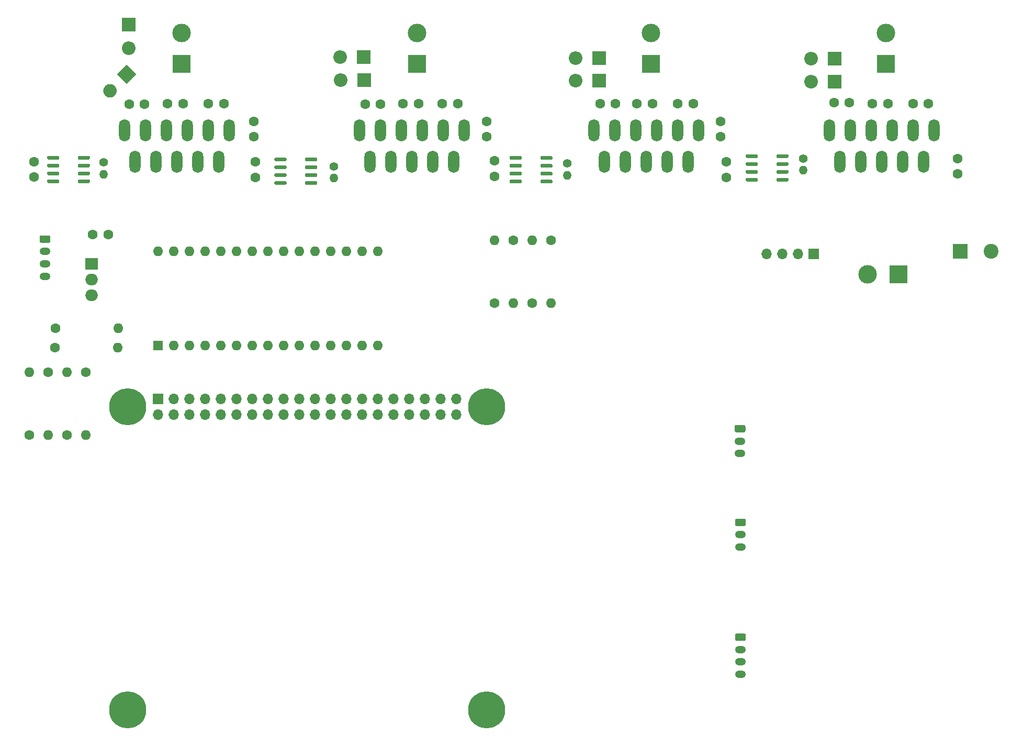
<source format=gts>
G04 #@! TF.GenerationSoftware,KiCad,Pcbnew,(5.1.6)-1*
G04 #@! TF.CreationDate,2021-04-18T21:34:56+02:00*
G04 #@! TF.ProjectId,eduRov_motherboard,65647552-6f76-45f6-9d6f-74686572626f,rev?*
G04 #@! TF.SameCoordinates,Original*
G04 #@! TF.FileFunction,Soldermask,Top*
G04 #@! TF.FilePolarity,Negative*
%FSLAX46Y46*%
G04 Gerber Fmt 4.6, Leading zero omitted, Abs format (unit mm)*
G04 Created by KiCad (PCBNEW (5.1.6)-1) date 2021-04-18 21:34:56*
%MOMM*%
%LPD*%
G01*
G04 APERTURE LIST*
%ADD10O,1.700000X1.700000*%
%ADD11R,1.700000X1.700000*%
%ADD12C,6.000000*%
%ADD13O,1.750000X1.200000*%
%ADD14O,2.000000X1.905000*%
%ADD15R,2.000000X1.905000*%
%ADD16C,3.000000*%
%ADD17R,3.000000X3.000000*%
%ADD18O,1.800000X3.600000*%
%ADD19O,1.600000X1.600000*%
%ADD20C,1.600000*%
%ADD21O,1.400000X1.400000*%
%ADD22C,1.400000*%
%ADD23C,2.400000*%
%ADD24R,2.400000X2.400000*%
%ADD25O,2.200000X2.200000*%
%ADD26R,2.200000X2.200000*%
%ADD27C,0.100000*%
%ADD28R,1.600000X1.600000*%
G04 APERTURE END LIST*
D10*
X105410000Y-103124000D03*
X115570000Y-103124000D03*
X107950000Y-103124000D03*
X125730000Y-100584000D03*
D11*
X80010000Y-100584000D03*
D10*
X118110000Y-100584000D03*
X128270000Y-100584000D03*
X100330000Y-103124000D03*
X120650000Y-100584000D03*
X85090000Y-100584000D03*
X120650000Y-103124000D03*
X82550000Y-103124000D03*
X82550000Y-100584000D03*
X95250000Y-103124000D03*
D12*
X133140000Y-101854000D03*
D10*
X102870000Y-103124000D03*
X123190000Y-100584000D03*
X110490000Y-103124000D03*
X107950000Y-100584000D03*
X110490000Y-100584000D03*
X102870000Y-100584000D03*
X97790000Y-100584000D03*
X87630000Y-103124000D03*
X92710000Y-103124000D03*
D12*
X75140000Y-150854000D03*
D10*
X128270000Y-103124000D03*
D12*
X75140000Y-101854000D03*
D10*
X87630000Y-100584000D03*
X90170000Y-100584000D03*
X123190000Y-103124000D03*
X97790000Y-103124000D03*
X85090000Y-103124000D03*
X113030000Y-103124000D03*
X125730000Y-103124000D03*
X95250000Y-100584000D03*
X113030000Y-100584000D03*
X80010000Y-103124000D03*
X100330000Y-100584000D03*
X92710000Y-100584000D03*
D12*
X133140000Y-150854000D03*
D10*
X118110000Y-103124000D03*
X90170000Y-103124000D03*
X115570000Y-100584000D03*
X105410000Y-100584000D03*
D13*
X61722000Y-80739500D03*
X61722000Y-78739500D03*
X61722000Y-76739500D03*
G36*
G01*
X61096999Y-74139500D02*
X62347001Y-74139500D01*
G75*
G02*
X62597000Y-74389499I0J-249999D01*
G01*
X62597000Y-75089501D01*
G75*
G02*
X62347001Y-75339500I-249999J0D01*
G01*
X61096999Y-75339500D01*
G75*
G02*
X60847000Y-75089501I0J249999D01*
G01*
X60847000Y-74389499D01*
G75*
G02*
X61096999Y-74139500I249999J0D01*
G01*
G37*
D14*
X69278500Y-83820000D03*
X69278500Y-81280000D03*
D15*
X69278500Y-78740000D03*
D16*
X197802500Y-41418500D03*
D17*
X197802500Y-46418500D03*
D16*
X159766000Y-41418500D03*
D17*
X159766000Y-46418500D03*
D16*
X121920000Y-41418500D03*
D17*
X121920000Y-46418500D03*
D16*
X83820000Y-41418500D03*
D17*
X83820000Y-46418500D03*
D13*
X174244000Y-145128500D03*
X174244000Y-143128500D03*
X174244000Y-141128500D03*
G36*
G01*
X173618999Y-138528500D02*
X174869001Y-138528500D01*
G75*
G02*
X175119000Y-138778499I0J-249999D01*
G01*
X175119000Y-139478501D01*
G75*
G02*
X174869001Y-139728500I-249999J0D01*
G01*
X173618999Y-139728500D01*
G75*
G02*
X173369000Y-139478501I0J249999D01*
G01*
X173369000Y-138778499D01*
G75*
G02*
X173618999Y-138528500I249999J0D01*
G01*
G37*
X174244000Y-124555000D03*
X174244000Y-122555000D03*
G36*
G01*
X173618999Y-119955000D02*
X174869001Y-119955000D01*
G75*
G02*
X175119000Y-120204999I0J-249999D01*
G01*
X175119000Y-120905001D01*
G75*
G02*
X174869001Y-121155000I-249999J0D01*
G01*
X173618999Y-121155000D01*
G75*
G02*
X173369000Y-120905001I0J249999D01*
G01*
X173369000Y-120204999D01*
G75*
G02*
X173618999Y-119955000I249999J0D01*
G01*
G37*
X174180500Y-109410000D03*
X174180500Y-107410000D03*
G36*
G01*
X173555499Y-104810000D02*
X174805501Y-104810000D01*
G75*
G02*
X175055500Y-105059999I0J-249999D01*
G01*
X175055500Y-105760001D01*
G75*
G02*
X174805501Y-106010000I-249999J0D01*
G01*
X173555499Y-106010000D01*
G75*
G02*
X173305500Y-105760001I0J249999D01*
G01*
X173305500Y-105059999D01*
G75*
G02*
X173555499Y-104810000I249999J0D01*
G01*
G37*
D18*
X74558000Y-57150000D03*
X76258000Y-62230000D03*
X77958000Y-57150000D03*
X79658000Y-62230000D03*
X81358000Y-57150000D03*
X83058000Y-62230000D03*
X84758000Y-57150000D03*
X86458000Y-62230000D03*
X88158000Y-57150000D03*
X89858000Y-62230000D03*
X91558000Y-57150000D03*
X112580000Y-57150000D03*
X114280000Y-62230000D03*
X115980000Y-57150000D03*
X117680000Y-62230000D03*
X119380000Y-57150000D03*
X121080000Y-62230000D03*
X122780000Y-57150000D03*
X124480000Y-62230000D03*
X126180000Y-57150000D03*
X127880000Y-62230000D03*
X129580000Y-57150000D03*
X150504000Y-57150000D03*
X152204000Y-62230000D03*
X153904000Y-57150000D03*
X155604000Y-62230000D03*
X157304000Y-57150000D03*
X159004000Y-62230000D03*
X160704000Y-57150000D03*
X162404000Y-62230000D03*
X164104000Y-57150000D03*
X165804000Y-62230000D03*
X167504000Y-57150000D03*
X188604000Y-57150000D03*
X190304000Y-62230000D03*
X192004000Y-57150000D03*
X193704000Y-62230000D03*
X195404000Y-57150000D03*
X197104000Y-62230000D03*
X198804000Y-57150000D03*
X200504000Y-62230000D03*
X202204000Y-57150000D03*
X203904000Y-62230000D03*
X205604000Y-57150000D03*
D19*
X73596500Y-89154000D03*
D20*
X63436500Y-89154000D03*
D19*
X134429500Y-74930000D03*
D20*
X134429500Y-85090000D03*
D19*
X137477500Y-85090000D03*
D20*
X137477500Y-74930000D03*
D19*
X140525500Y-74930000D03*
D20*
X140525500Y-85090000D03*
D19*
X143573500Y-85090000D03*
D20*
X143573500Y-74930000D03*
D19*
X73533000Y-92265500D03*
D20*
X63373000Y-92265500D03*
D19*
X65278000Y-96266000D03*
D20*
X65278000Y-106426000D03*
D19*
X68326000Y-106426000D03*
D20*
X68326000Y-96266000D03*
D19*
X59182000Y-96266000D03*
D20*
X59182000Y-106426000D03*
D19*
X62230000Y-106426000D03*
D20*
X62230000Y-96266000D03*
G36*
G01*
X64032000Y-65255000D02*
X64032000Y-65555000D01*
G75*
G02*
X63882000Y-65705000I-150000J0D01*
G01*
X62232000Y-65705000D01*
G75*
G02*
X62082000Y-65555000I0J150000D01*
G01*
X62082000Y-65255000D01*
G75*
G02*
X62232000Y-65105000I150000J0D01*
G01*
X63882000Y-65105000D01*
G75*
G02*
X64032000Y-65255000I0J-150000D01*
G01*
G37*
G36*
G01*
X64032000Y-63985000D02*
X64032000Y-64285000D01*
G75*
G02*
X63882000Y-64435000I-150000J0D01*
G01*
X62232000Y-64435000D01*
G75*
G02*
X62082000Y-64285000I0J150000D01*
G01*
X62082000Y-63985000D01*
G75*
G02*
X62232000Y-63835000I150000J0D01*
G01*
X63882000Y-63835000D01*
G75*
G02*
X64032000Y-63985000I0J-150000D01*
G01*
G37*
G36*
G01*
X64032000Y-62715000D02*
X64032000Y-63015000D01*
G75*
G02*
X63882000Y-63165000I-150000J0D01*
G01*
X62232000Y-63165000D01*
G75*
G02*
X62082000Y-63015000I0J150000D01*
G01*
X62082000Y-62715000D01*
G75*
G02*
X62232000Y-62565000I150000J0D01*
G01*
X63882000Y-62565000D01*
G75*
G02*
X64032000Y-62715000I0J-150000D01*
G01*
G37*
G36*
G01*
X64032000Y-61445000D02*
X64032000Y-61745000D01*
G75*
G02*
X63882000Y-61895000I-150000J0D01*
G01*
X62232000Y-61895000D01*
G75*
G02*
X62082000Y-61745000I0J150000D01*
G01*
X62082000Y-61445000D01*
G75*
G02*
X62232000Y-61295000I150000J0D01*
G01*
X63882000Y-61295000D01*
G75*
G02*
X64032000Y-61445000I0J-150000D01*
G01*
G37*
G36*
G01*
X68982000Y-61445000D02*
X68982000Y-61745000D01*
G75*
G02*
X68832000Y-61895000I-150000J0D01*
G01*
X67182000Y-61895000D01*
G75*
G02*
X67032000Y-61745000I0J150000D01*
G01*
X67032000Y-61445000D01*
G75*
G02*
X67182000Y-61295000I150000J0D01*
G01*
X68832000Y-61295000D01*
G75*
G02*
X68982000Y-61445000I0J-150000D01*
G01*
G37*
G36*
G01*
X68982000Y-62715000D02*
X68982000Y-63015000D01*
G75*
G02*
X68832000Y-63165000I-150000J0D01*
G01*
X67182000Y-63165000D01*
G75*
G02*
X67032000Y-63015000I0J150000D01*
G01*
X67032000Y-62715000D01*
G75*
G02*
X67182000Y-62565000I150000J0D01*
G01*
X68832000Y-62565000D01*
G75*
G02*
X68982000Y-62715000I0J-150000D01*
G01*
G37*
G36*
G01*
X68982000Y-63985000D02*
X68982000Y-64285000D01*
G75*
G02*
X68832000Y-64435000I-150000J0D01*
G01*
X67182000Y-64435000D01*
G75*
G02*
X67032000Y-64285000I0J150000D01*
G01*
X67032000Y-63985000D01*
G75*
G02*
X67182000Y-63835000I150000J0D01*
G01*
X68832000Y-63835000D01*
G75*
G02*
X68982000Y-63985000I0J-150000D01*
G01*
G37*
G36*
G01*
X68982000Y-65255000D02*
X68982000Y-65555000D01*
G75*
G02*
X68832000Y-65705000I-150000J0D01*
G01*
X67182000Y-65705000D01*
G75*
G02*
X67032000Y-65555000I0J150000D01*
G01*
X67032000Y-65255000D01*
G75*
G02*
X67182000Y-65105000I150000J0D01*
G01*
X68832000Y-65105000D01*
G75*
G02*
X68982000Y-65255000I0J-150000D01*
G01*
G37*
G36*
G01*
X100797000Y-65509000D02*
X100797000Y-65809000D01*
G75*
G02*
X100647000Y-65959000I-150000J0D01*
G01*
X98997000Y-65959000D01*
G75*
G02*
X98847000Y-65809000I0J150000D01*
G01*
X98847000Y-65509000D01*
G75*
G02*
X98997000Y-65359000I150000J0D01*
G01*
X100647000Y-65359000D01*
G75*
G02*
X100797000Y-65509000I0J-150000D01*
G01*
G37*
G36*
G01*
X100797000Y-64239000D02*
X100797000Y-64539000D01*
G75*
G02*
X100647000Y-64689000I-150000J0D01*
G01*
X98997000Y-64689000D01*
G75*
G02*
X98847000Y-64539000I0J150000D01*
G01*
X98847000Y-64239000D01*
G75*
G02*
X98997000Y-64089000I150000J0D01*
G01*
X100647000Y-64089000D01*
G75*
G02*
X100797000Y-64239000I0J-150000D01*
G01*
G37*
G36*
G01*
X100797000Y-62969000D02*
X100797000Y-63269000D01*
G75*
G02*
X100647000Y-63419000I-150000J0D01*
G01*
X98997000Y-63419000D01*
G75*
G02*
X98847000Y-63269000I0J150000D01*
G01*
X98847000Y-62969000D01*
G75*
G02*
X98997000Y-62819000I150000J0D01*
G01*
X100647000Y-62819000D01*
G75*
G02*
X100797000Y-62969000I0J-150000D01*
G01*
G37*
G36*
G01*
X100797000Y-61699000D02*
X100797000Y-61999000D01*
G75*
G02*
X100647000Y-62149000I-150000J0D01*
G01*
X98997000Y-62149000D01*
G75*
G02*
X98847000Y-61999000I0J150000D01*
G01*
X98847000Y-61699000D01*
G75*
G02*
X98997000Y-61549000I150000J0D01*
G01*
X100647000Y-61549000D01*
G75*
G02*
X100797000Y-61699000I0J-150000D01*
G01*
G37*
G36*
G01*
X105747000Y-61699000D02*
X105747000Y-61999000D01*
G75*
G02*
X105597000Y-62149000I-150000J0D01*
G01*
X103947000Y-62149000D01*
G75*
G02*
X103797000Y-61999000I0J150000D01*
G01*
X103797000Y-61699000D01*
G75*
G02*
X103947000Y-61549000I150000J0D01*
G01*
X105597000Y-61549000D01*
G75*
G02*
X105747000Y-61699000I0J-150000D01*
G01*
G37*
G36*
G01*
X105747000Y-62969000D02*
X105747000Y-63269000D01*
G75*
G02*
X105597000Y-63419000I-150000J0D01*
G01*
X103947000Y-63419000D01*
G75*
G02*
X103797000Y-63269000I0J150000D01*
G01*
X103797000Y-62969000D01*
G75*
G02*
X103947000Y-62819000I150000J0D01*
G01*
X105597000Y-62819000D01*
G75*
G02*
X105747000Y-62969000I0J-150000D01*
G01*
G37*
G36*
G01*
X105747000Y-64239000D02*
X105747000Y-64539000D01*
G75*
G02*
X105597000Y-64689000I-150000J0D01*
G01*
X103947000Y-64689000D01*
G75*
G02*
X103797000Y-64539000I0J150000D01*
G01*
X103797000Y-64239000D01*
G75*
G02*
X103947000Y-64089000I150000J0D01*
G01*
X105597000Y-64089000D01*
G75*
G02*
X105747000Y-64239000I0J-150000D01*
G01*
G37*
G36*
G01*
X105747000Y-65509000D02*
X105747000Y-65809000D01*
G75*
G02*
X105597000Y-65959000I-150000J0D01*
G01*
X103947000Y-65959000D01*
G75*
G02*
X103797000Y-65809000I0J150000D01*
G01*
X103797000Y-65509000D01*
G75*
G02*
X103947000Y-65359000I150000J0D01*
G01*
X105597000Y-65359000D01*
G75*
G02*
X105747000Y-65509000I0J-150000D01*
G01*
G37*
G36*
G01*
X138868020Y-65272780D02*
X138868020Y-65572780D01*
G75*
G02*
X138718020Y-65722780I-150000J0D01*
G01*
X137068020Y-65722780D01*
G75*
G02*
X136918020Y-65572780I0J150000D01*
G01*
X136918020Y-65272780D01*
G75*
G02*
X137068020Y-65122780I150000J0D01*
G01*
X138718020Y-65122780D01*
G75*
G02*
X138868020Y-65272780I0J-150000D01*
G01*
G37*
G36*
G01*
X138868020Y-64002780D02*
X138868020Y-64302780D01*
G75*
G02*
X138718020Y-64452780I-150000J0D01*
G01*
X137068020Y-64452780D01*
G75*
G02*
X136918020Y-64302780I0J150000D01*
G01*
X136918020Y-64002780D01*
G75*
G02*
X137068020Y-63852780I150000J0D01*
G01*
X138718020Y-63852780D01*
G75*
G02*
X138868020Y-64002780I0J-150000D01*
G01*
G37*
G36*
G01*
X138868020Y-62732780D02*
X138868020Y-63032780D01*
G75*
G02*
X138718020Y-63182780I-150000J0D01*
G01*
X137068020Y-63182780D01*
G75*
G02*
X136918020Y-63032780I0J150000D01*
G01*
X136918020Y-62732780D01*
G75*
G02*
X137068020Y-62582780I150000J0D01*
G01*
X138718020Y-62582780D01*
G75*
G02*
X138868020Y-62732780I0J-150000D01*
G01*
G37*
G36*
G01*
X138868020Y-61462780D02*
X138868020Y-61762780D01*
G75*
G02*
X138718020Y-61912780I-150000J0D01*
G01*
X137068020Y-61912780D01*
G75*
G02*
X136918020Y-61762780I0J150000D01*
G01*
X136918020Y-61462780D01*
G75*
G02*
X137068020Y-61312780I150000J0D01*
G01*
X138718020Y-61312780D01*
G75*
G02*
X138868020Y-61462780I0J-150000D01*
G01*
G37*
G36*
G01*
X143818020Y-61462780D02*
X143818020Y-61762780D01*
G75*
G02*
X143668020Y-61912780I-150000J0D01*
G01*
X142018020Y-61912780D01*
G75*
G02*
X141868020Y-61762780I0J150000D01*
G01*
X141868020Y-61462780D01*
G75*
G02*
X142018020Y-61312780I150000J0D01*
G01*
X143668020Y-61312780D01*
G75*
G02*
X143818020Y-61462780I0J-150000D01*
G01*
G37*
G36*
G01*
X143818020Y-62732780D02*
X143818020Y-63032780D01*
G75*
G02*
X143668020Y-63182780I-150000J0D01*
G01*
X142018020Y-63182780D01*
G75*
G02*
X141868020Y-63032780I0J150000D01*
G01*
X141868020Y-62732780D01*
G75*
G02*
X142018020Y-62582780I150000J0D01*
G01*
X143668020Y-62582780D01*
G75*
G02*
X143818020Y-62732780I0J-150000D01*
G01*
G37*
G36*
G01*
X143818020Y-64002780D02*
X143818020Y-64302780D01*
G75*
G02*
X143668020Y-64452780I-150000J0D01*
G01*
X142018020Y-64452780D01*
G75*
G02*
X141868020Y-64302780I0J150000D01*
G01*
X141868020Y-64002780D01*
G75*
G02*
X142018020Y-63852780I150000J0D01*
G01*
X143668020Y-63852780D01*
G75*
G02*
X143818020Y-64002780I0J-150000D01*
G01*
G37*
G36*
G01*
X143818020Y-65272780D02*
X143818020Y-65572780D01*
G75*
G02*
X143668020Y-65722780I-150000J0D01*
G01*
X142018020Y-65722780D01*
G75*
G02*
X141868020Y-65572780I0J150000D01*
G01*
X141868020Y-65272780D01*
G75*
G02*
X142018020Y-65122780I150000J0D01*
G01*
X143668020Y-65122780D01*
G75*
G02*
X143818020Y-65272780I0J-150000D01*
G01*
G37*
G36*
G01*
X177062000Y-65001000D02*
X177062000Y-65301000D01*
G75*
G02*
X176912000Y-65451000I-150000J0D01*
G01*
X175262000Y-65451000D01*
G75*
G02*
X175112000Y-65301000I0J150000D01*
G01*
X175112000Y-65001000D01*
G75*
G02*
X175262000Y-64851000I150000J0D01*
G01*
X176912000Y-64851000D01*
G75*
G02*
X177062000Y-65001000I0J-150000D01*
G01*
G37*
G36*
G01*
X177062000Y-63731000D02*
X177062000Y-64031000D01*
G75*
G02*
X176912000Y-64181000I-150000J0D01*
G01*
X175262000Y-64181000D01*
G75*
G02*
X175112000Y-64031000I0J150000D01*
G01*
X175112000Y-63731000D01*
G75*
G02*
X175262000Y-63581000I150000J0D01*
G01*
X176912000Y-63581000D01*
G75*
G02*
X177062000Y-63731000I0J-150000D01*
G01*
G37*
G36*
G01*
X177062000Y-62461000D02*
X177062000Y-62761000D01*
G75*
G02*
X176912000Y-62911000I-150000J0D01*
G01*
X175262000Y-62911000D01*
G75*
G02*
X175112000Y-62761000I0J150000D01*
G01*
X175112000Y-62461000D01*
G75*
G02*
X175262000Y-62311000I150000J0D01*
G01*
X176912000Y-62311000D01*
G75*
G02*
X177062000Y-62461000I0J-150000D01*
G01*
G37*
G36*
G01*
X177062000Y-61191000D02*
X177062000Y-61491000D01*
G75*
G02*
X176912000Y-61641000I-150000J0D01*
G01*
X175262000Y-61641000D01*
G75*
G02*
X175112000Y-61491000I0J150000D01*
G01*
X175112000Y-61191000D01*
G75*
G02*
X175262000Y-61041000I150000J0D01*
G01*
X176912000Y-61041000D01*
G75*
G02*
X177062000Y-61191000I0J-150000D01*
G01*
G37*
G36*
G01*
X182012000Y-61191000D02*
X182012000Y-61491000D01*
G75*
G02*
X181862000Y-61641000I-150000J0D01*
G01*
X180212000Y-61641000D01*
G75*
G02*
X180062000Y-61491000I0J150000D01*
G01*
X180062000Y-61191000D01*
G75*
G02*
X180212000Y-61041000I150000J0D01*
G01*
X181862000Y-61041000D01*
G75*
G02*
X182012000Y-61191000I0J-150000D01*
G01*
G37*
G36*
G01*
X182012000Y-62461000D02*
X182012000Y-62761000D01*
G75*
G02*
X181862000Y-62911000I-150000J0D01*
G01*
X180212000Y-62911000D01*
G75*
G02*
X180062000Y-62761000I0J150000D01*
G01*
X180062000Y-62461000D01*
G75*
G02*
X180212000Y-62311000I150000J0D01*
G01*
X181862000Y-62311000D01*
G75*
G02*
X182012000Y-62461000I0J-150000D01*
G01*
G37*
G36*
G01*
X182012000Y-63731000D02*
X182012000Y-64031000D01*
G75*
G02*
X181862000Y-64181000I-150000J0D01*
G01*
X180212000Y-64181000D01*
G75*
G02*
X180062000Y-64031000I0J150000D01*
G01*
X180062000Y-63731000D01*
G75*
G02*
X180212000Y-63581000I150000J0D01*
G01*
X181862000Y-63581000D01*
G75*
G02*
X182012000Y-63731000I0J-150000D01*
G01*
G37*
G36*
G01*
X182012000Y-65001000D02*
X182012000Y-65301000D01*
G75*
G02*
X181862000Y-65451000I-150000J0D01*
G01*
X180212000Y-65451000D01*
G75*
G02*
X180062000Y-65301000I0J150000D01*
G01*
X180062000Y-65001000D01*
G75*
G02*
X180212000Y-64851000I150000J0D01*
G01*
X181862000Y-64851000D01*
G75*
G02*
X182012000Y-65001000I0J-150000D01*
G01*
G37*
D21*
X71247000Y-64262000D03*
D22*
X71247000Y-62362000D03*
D21*
X108458000Y-64892000D03*
D22*
X108458000Y-62992000D03*
D21*
X146215100Y-64401780D03*
D22*
X146215100Y-62501780D03*
D21*
X184404000Y-63622000D03*
D22*
X184404000Y-61722000D03*
D20*
X59944000Y-64730000D03*
X59944000Y-62230000D03*
X95758000Y-64770000D03*
X95758000Y-62270000D03*
X134477760Y-64569340D03*
X134477760Y-62069340D03*
X171958000Y-64770000D03*
X171958000Y-62270000D03*
X71969000Y-74041000D03*
X69469000Y-74041000D03*
X95504000Y-58189500D03*
X95504000Y-55689500D03*
X133159500Y-58189500D03*
X133159500Y-55689500D03*
X171005500Y-58189500D03*
X171005500Y-55689500D03*
X209359500Y-61698500D03*
X209359500Y-64198500D03*
D23*
X214804000Y-76708000D03*
D24*
X209804000Y-76708000D03*
D25*
X75311000Y-43878500D03*
D26*
X75311000Y-40068500D03*
G36*
G01*
X73013740Y-49985760D02*
X73013740Y-49985760D01*
G75*
G02*
X73013740Y-51541394I-777817J-777817D01*
G01*
X73013740Y-51541394D01*
G75*
G02*
X71458106Y-51541394I-777817J777817D01*
G01*
X71458106Y-51541394D01*
G75*
G02*
X71458106Y-49985760I777817J777817D01*
G01*
X71458106Y-49985760D01*
G75*
G02*
X73013740Y-49985760I777817J-777817D01*
G01*
G37*
D27*
G36*
X74930000Y-46513865D02*
G01*
X76485635Y-48069500D01*
X74930000Y-49625135D01*
X73374365Y-48069500D01*
X74930000Y-46513865D01*
G37*
D25*
X109474000Y-45339000D03*
D26*
X113284000Y-45339000D03*
D25*
X109537500Y-49022000D03*
D26*
X113347500Y-49022000D03*
D25*
X147574000Y-45466000D03*
D26*
X151384000Y-45466000D03*
D25*
X147574000Y-49149000D03*
D26*
X151384000Y-49149000D03*
D25*
X185674000Y-45593000D03*
D26*
X189484000Y-45593000D03*
D25*
X185674000Y-49276000D03*
D26*
X189484000Y-49276000D03*
D20*
X88178000Y-52832000D03*
X90678000Y-52832000D03*
X81574000Y-52832000D03*
X84074000Y-52832000D03*
X75351000Y-52959000D03*
X77851000Y-52959000D03*
X126024000Y-52832000D03*
X128524000Y-52832000D03*
X119674000Y-52832000D03*
X122174000Y-52832000D03*
X113514500Y-52895500D03*
X116014500Y-52895500D03*
X164124000Y-52832000D03*
X166624000Y-52832000D03*
X157520000Y-52832000D03*
X160020000Y-52832000D03*
X151551000Y-52832000D03*
X154051000Y-52832000D03*
X202160500Y-52832000D03*
X204660500Y-52832000D03*
X195580000Y-52832000D03*
X198080000Y-52832000D03*
X189397000Y-52705000D03*
X191897000Y-52705000D03*
D19*
X115570000Y-76708000D03*
X115570000Y-91948000D03*
X80010000Y-76708000D03*
X113030000Y-91948000D03*
X82550000Y-76708000D03*
X110490000Y-91948000D03*
X85090000Y-76708000D03*
X107950000Y-91948000D03*
X87630000Y-76708000D03*
X105410000Y-91948000D03*
X90170000Y-76708000D03*
X102870000Y-91948000D03*
X92710000Y-76708000D03*
X100330000Y-91948000D03*
X95250000Y-76708000D03*
X97790000Y-91948000D03*
X97790000Y-76708000D03*
X95250000Y-91948000D03*
X100330000Y-76708000D03*
X92710000Y-91948000D03*
X102870000Y-76708000D03*
X90170000Y-91948000D03*
X105410000Y-76708000D03*
X87630000Y-91948000D03*
X107950000Y-76708000D03*
X85090000Y-91948000D03*
X110490000Y-76708000D03*
X82550000Y-91948000D03*
X113030000Y-76708000D03*
D28*
X80010000Y-91948000D03*
D16*
X194796400Y-80479900D03*
D17*
X199796400Y-80479900D03*
D10*
X178511200Y-77152500D03*
X181051200Y-77152500D03*
X183591200Y-77152500D03*
D11*
X186131200Y-77152500D03*
M02*

</source>
